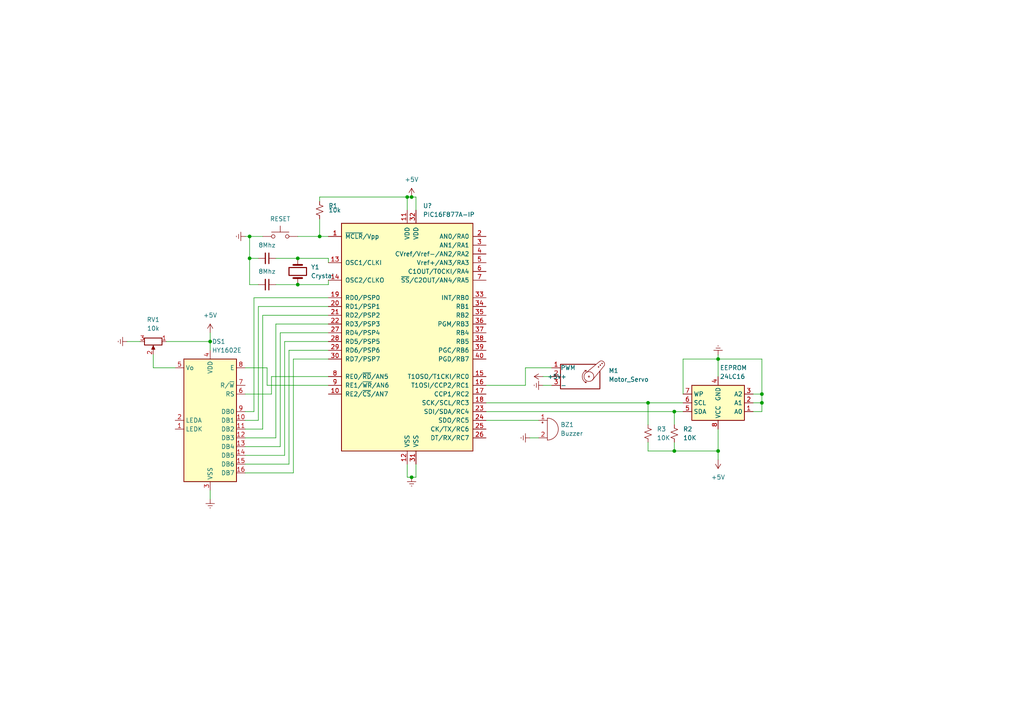
<source format=kicad_sch>
(kicad_sch (version 20211123) (generator eeschema)

  (uuid e63e39d7-6ac0-4ffd-8aa3-1841a4541b55)

  (paper "A4")

  (lib_symbols
    (symbol "Device:Buzzer" (pin_names (offset 0.0254) hide) (in_bom yes) (on_board yes)
      (property "Reference" "BZ" (id 0) (at 3.81 1.27 0)
        (effects (font (size 1.27 1.27)) (justify left))
      )
      (property "Value" "Buzzer" (id 1) (at 3.81 -1.27 0)
        (effects (font (size 1.27 1.27)) (justify left))
      )
      (property "Footprint" "" (id 2) (at -0.635 2.54 90)
        (effects (font (size 1.27 1.27)) hide)
      )
      (property "Datasheet" "~" (id 3) (at -0.635 2.54 90)
        (effects (font (size 1.27 1.27)) hide)
      )
      (property "ki_keywords" "quartz resonator ceramic" (id 4) (at 0 0 0)
        (effects (font (size 1.27 1.27)) hide)
      )
      (property "ki_description" "Buzzer, polarized" (id 5) (at 0 0 0)
        (effects (font (size 1.27 1.27)) hide)
      )
      (property "ki_fp_filters" "*Buzzer*" (id 6) (at 0 0 0)
        (effects (font (size 1.27 1.27)) hide)
      )
      (symbol "Buzzer_0_1"
        (arc (start 0 -3.175) (mid 3.175 0) (end 0 3.175)
          (stroke (width 0) (type default) (color 0 0 0 0))
          (fill (type none))
        )
        (polyline
          (pts
            (xy -1.651 1.905)
            (xy -1.143 1.905)
          )
          (stroke (width 0) (type default) (color 0 0 0 0))
          (fill (type none))
        )
        (polyline
          (pts
            (xy -1.397 2.159)
            (xy -1.397 1.651)
          )
          (stroke (width 0) (type default) (color 0 0 0 0))
          (fill (type none))
        )
        (polyline
          (pts
            (xy 0 3.175)
            (xy 0 -3.175)
          )
          (stroke (width 0) (type default) (color 0 0 0 0))
          (fill (type none))
        )
      )
      (symbol "Buzzer_1_1"
        (pin passive line (at -2.54 2.54 0) (length 2.54)
          (name "-" (effects (font (size 1.27 1.27))))
          (number "1" (effects (font (size 1.27 1.27))))
        )
        (pin passive line (at -2.54 -2.54 0) (length 2.54)
          (name "+" (effects (font (size 1.27 1.27))))
          (number "2" (effects (font (size 1.27 1.27))))
        )
      )
    )
    (symbol "Device:C_Small" (pin_numbers hide) (pin_names (offset 0.254) hide) (in_bom yes) (on_board yes)
      (property "Reference" "C" (id 0) (at 0.254 1.778 0)
        (effects (font (size 1.27 1.27)) (justify left))
      )
      (property "Value" "C_Small" (id 1) (at 0.254 -2.032 0)
        (effects (font (size 1.27 1.27)) (justify left))
      )
      (property "Footprint" "" (id 2) (at 0 0 0)
        (effects (font (size 1.27 1.27)) hide)
      )
      (property "Datasheet" "~" (id 3) (at 0 0 0)
        (effects (font (size 1.27 1.27)) hide)
      )
      (property "ki_keywords" "capacitor cap" (id 4) (at 0 0 0)
        (effects (font (size 1.27 1.27)) hide)
      )
      (property "ki_description" "Unpolarized capacitor, small symbol" (id 5) (at 0 0 0)
        (effects (font (size 1.27 1.27)) hide)
      )
      (property "ki_fp_filters" "C_*" (id 6) (at 0 0 0)
        (effects (font (size 1.27 1.27)) hide)
      )
      (symbol "C_Small_0_1"
        (polyline
          (pts
            (xy -1.524 -0.508)
            (xy 1.524 -0.508)
          )
          (stroke (width 0.3302) (type default) (color 0 0 0 0))
          (fill (type none))
        )
        (polyline
          (pts
            (xy -1.524 0.508)
            (xy 1.524 0.508)
          )
          (stroke (width 0.3048) (type default) (color 0 0 0 0))
          (fill (type none))
        )
      )
      (symbol "C_Small_1_1"
        (pin passive line (at 0 2.54 270) (length 2.032)
          (name "~" (effects (font (size 1.27 1.27))))
          (number "1" (effects (font (size 1.27 1.27))))
        )
        (pin passive line (at 0 -2.54 90) (length 2.032)
          (name "~" (effects (font (size 1.27 1.27))))
          (number "2" (effects (font (size 1.27 1.27))))
        )
      )
    )
    (symbol "Device:Crystal" (pin_numbers hide) (pin_names (offset 1.016) hide) (in_bom yes) (on_board yes)
      (property "Reference" "Y" (id 0) (at 0 3.81 0)
        (effects (font (size 1.27 1.27)))
      )
      (property "Value" "Crystal" (id 1) (at 0 -3.81 0)
        (effects (font (size 1.27 1.27)))
      )
      (property "Footprint" "" (id 2) (at 0 0 0)
        (effects (font (size 1.27 1.27)) hide)
      )
      (property "Datasheet" "~" (id 3) (at 0 0 0)
        (effects (font (size 1.27 1.27)) hide)
      )
      (property "ki_keywords" "quartz ceramic resonator oscillator" (id 4) (at 0 0 0)
        (effects (font (size 1.27 1.27)) hide)
      )
      (property "ki_description" "Two pin crystal" (id 5) (at 0 0 0)
        (effects (font (size 1.27 1.27)) hide)
      )
      (property "ki_fp_filters" "Crystal*" (id 6) (at 0 0 0)
        (effects (font (size 1.27 1.27)) hide)
      )
      (symbol "Crystal_0_1"
        (rectangle (start -1.143 2.54) (end 1.143 -2.54)
          (stroke (width 0.3048) (type default) (color 0 0 0 0))
          (fill (type none))
        )
        (polyline
          (pts
            (xy -2.54 0)
            (xy -1.905 0)
          )
          (stroke (width 0) (type default) (color 0 0 0 0))
          (fill (type none))
        )
        (polyline
          (pts
            (xy -1.905 -1.27)
            (xy -1.905 1.27)
          )
          (stroke (width 0.508) (type default) (color 0 0 0 0))
          (fill (type none))
        )
        (polyline
          (pts
            (xy 1.905 -1.27)
            (xy 1.905 1.27)
          )
          (stroke (width 0.508) (type default) (color 0 0 0 0))
          (fill (type none))
        )
        (polyline
          (pts
            (xy 2.54 0)
            (xy 1.905 0)
          )
          (stroke (width 0) (type default) (color 0 0 0 0))
          (fill (type none))
        )
      )
      (symbol "Crystal_1_1"
        (pin passive line (at -3.81 0 0) (length 1.27)
          (name "1" (effects (font (size 1.27 1.27))))
          (number "1" (effects (font (size 1.27 1.27))))
        )
        (pin passive line (at 3.81 0 180) (length 1.27)
          (name "2" (effects (font (size 1.27 1.27))))
          (number "2" (effects (font (size 1.27 1.27))))
        )
      )
    )
    (symbol "Device:R_Potentiometer" (pin_names (offset 1.016) hide) (in_bom yes) (on_board yes)
      (property "Reference" "RV" (id 0) (at -4.445 0 90)
        (effects (font (size 1.27 1.27)))
      )
      (property "Value" "R_Potentiometer" (id 1) (at -2.54 0 90)
        (effects (font (size 1.27 1.27)))
      )
      (property "Footprint" "" (id 2) (at 0 0 0)
        (effects (font (size 1.27 1.27)) hide)
      )
      (property "Datasheet" "~" (id 3) (at 0 0 0)
        (effects (font (size 1.27 1.27)) hide)
      )
      (property "ki_keywords" "resistor variable" (id 4) (at 0 0 0)
        (effects (font (size 1.27 1.27)) hide)
      )
      (property "ki_description" "Potentiometer" (id 5) (at 0 0 0)
        (effects (font (size 1.27 1.27)) hide)
      )
      (property "ki_fp_filters" "Potentiometer*" (id 6) (at 0 0 0)
        (effects (font (size 1.27 1.27)) hide)
      )
      (symbol "R_Potentiometer_0_1"
        (polyline
          (pts
            (xy 2.54 0)
            (xy 1.524 0)
          )
          (stroke (width 0) (type default) (color 0 0 0 0))
          (fill (type none))
        )
        (polyline
          (pts
            (xy 1.143 0)
            (xy 2.286 0.508)
            (xy 2.286 -0.508)
            (xy 1.143 0)
          )
          (stroke (width 0) (type default) (color 0 0 0 0))
          (fill (type outline))
        )
        (rectangle (start 1.016 2.54) (end -1.016 -2.54)
          (stroke (width 0.254) (type default) (color 0 0 0 0))
          (fill (type none))
        )
      )
      (symbol "R_Potentiometer_1_1"
        (pin passive line (at 0 3.81 270) (length 1.27)
          (name "1" (effects (font (size 1.27 1.27))))
          (number "1" (effects (font (size 1.27 1.27))))
        )
        (pin passive line (at 3.81 0 180) (length 1.27)
          (name "2" (effects (font (size 1.27 1.27))))
          (number "2" (effects (font (size 1.27 1.27))))
        )
        (pin passive line (at 0 -3.81 90) (length 1.27)
          (name "3" (effects (font (size 1.27 1.27))))
          (number "3" (effects (font (size 1.27 1.27))))
        )
      )
    )
    (symbol "Device:R_Small_US" (pin_numbers hide) (pin_names (offset 0.254) hide) (in_bom yes) (on_board yes)
      (property "Reference" "R" (id 0) (at 0.762 0.508 0)
        (effects (font (size 1.27 1.27)) (justify left))
      )
      (property "Value" "R_Small_US" (id 1) (at 0.762 -1.016 0)
        (effects (font (size 1.27 1.27)) (justify left))
      )
      (property "Footprint" "" (id 2) (at 0 0 0)
        (effects (font (size 1.27 1.27)) hide)
      )
      (property "Datasheet" "~" (id 3) (at 0 0 0)
        (effects (font (size 1.27 1.27)) hide)
      )
      (property "ki_keywords" "r resistor" (id 4) (at 0 0 0)
        (effects (font (size 1.27 1.27)) hide)
      )
      (property "ki_description" "Resistor, small US symbol" (id 5) (at 0 0 0)
        (effects (font (size 1.27 1.27)) hide)
      )
      (property "ki_fp_filters" "R_*" (id 6) (at 0 0 0)
        (effects (font (size 1.27 1.27)) hide)
      )
      (symbol "R_Small_US_1_1"
        (polyline
          (pts
            (xy 0 0)
            (xy 1.016 -0.381)
            (xy 0 -0.762)
            (xy -1.016 -1.143)
            (xy 0 -1.524)
          )
          (stroke (width 0) (type default) (color 0 0 0 0))
          (fill (type none))
        )
        (polyline
          (pts
            (xy 0 1.524)
            (xy 1.016 1.143)
            (xy 0 0.762)
            (xy -1.016 0.381)
            (xy 0 0)
          )
          (stroke (width 0) (type default) (color 0 0 0 0))
          (fill (type none))
        )
        (pin passive line (at 0 2.54 270) (length 1.016)
          (name "~" (effects (font (size 1.27 1.27))))
          (number "1" (effects (font (size 1.27 1.27))))
        )
        (pin passive line (at 0 -2.54 90) (length 1.016)
          (name "~" (effects (font (size 1.27 1.27))))
          (number "2" (effects (font (size 1.27 1.27))))
        )
      )
    )
    (symbol "Display_Character:HY1602E" (in_bom yes) (on_board yes)
      (property "Reference" "DS" (id 0) (at -6.096 19.05 0)
        (effects (font (size 1.27 1.27)))
      )
      (property "Value" "HY1602E" (id 1) (at 5.08 19.05 0)
        (effects (font (size 1.27 1.27)))
      )
      (property "Footprint" "Display:HY1602E" (id 2) (at 0 -22.86 0)
        (effects (font (size 1.27 1.27) italic) hide)
      )
      (property "Datasheet" "http://www.icbank.com/data/ICBShop/board/HY1602E.pdf" (id 3) (at 5.08 2.54 0)
        (effects (font (size 1.27 1.27)) hide)
      )
      (property "ki_keywords" "display LCD 7-segment" (id 4) (at 0 0 0)
        (effects (font (size 1.27 1.27)) hide)
      )
      (property "ki_description" "LCD 16x2 Alphanumeric 16pin Blue/Yellow/Green Backlight, 8bit parallel, 5V VDD" (id 5) (at 0 0 0)
        (effects (font (size 1.27 1.27)) hide)
      )
      (property "ki_fp_filters" "*HY1602E*" (id 6) (at 0 0 0)
        (effects (font (size 1.27 1.27)) hide)
      )
      (symbol "HY1602E_0_1"
        (rectangle (start -7.62 17.78) (end 7.62 -17.78)
          (stroke (width 0.254) (type default) (color 0 0 0 0))
          (fill (type background))
        )
      )
      (symbol "HY1602E_1_1"
        (pin passive line (at 10.16 -2.54 180) (length 2.54)
          (name "LEDK" (effects (font (size 1.27 1.27))))
          (number "1" (effects (font (size 1.27 1.27))))
        )
        (pin bidirectional line (at -10.16 0 0) (length 2.54)
          (name "DB1" (effects (font (size 1.27 1.27))))
          (number "10" (effects (font (size 1.27 1.27))))
        )
        (pin bidirectional line (at -10.16 -2.54 0) (length 2.54)
          (name "DB2" (effects (font (size 1.27 1.27))))
          (number "11" (effects (font (size 1.27 1.27))))
        )
        (pin bidirectional line (at -10.16 -5.08 0) (length 2.54)
          (name "DB3" (effects (font (size 1.27 1.27))))
          (number "12" (effects (font (size 1.27 1.27))))
        )
        (pin bidirectional line (at -10.16 -7.62 0) (length 2.54)
          (name "DB4" (effects (font (size 1.27 1.27))))
          (number "13" (effects (font (size 1.27 1.27))))
        )
        (pin bidirectional line (at -10.16 -10.16 0) (length 2.54)
          (name "DB5" (effects (font (size 1.27 1.27))))
          (number "14" (effects (font (size 1.27 1.27))))
        )
        (pin bidirectional line (at -10.16 -12.7 0) (length 2.54)
          (name "DB6" (effects (font (size 1.27 1.27))))
          (number "15" (effects (font (size 1.27 1.27))))
        )
        (pin bidirectional line (at -10.16 -15.24 0) (length 2.54)
          (name "DB7" (effects (font (size 1.27 1.27))))
          (number "16" (effects (font (size 1.27 1.27))))
        )
        (pin passive line (at 10.16 0 180) (length 2.54)
          (name "LEDA" (effects (font (size 1.27 1.27))))
          (number "2" (effects (font (size 1.27 1.27))))
        )
        (pin power_in line (at 0 -20.32 90) (length 2.54)
          (name "VSS" (effects (font (size 1.27 1.27))))
          (number "3" (effects (font (size 1.27 1.27))))
        )
        (pin power_in line (at 0 20.32 270) (length 2.54)
          (name "VDD" (effects (font (size 1.27 1.27))))
          (number "4" (effects (font (size 1.27 1.27))))
        )
        (pin input line (at 10.16 15.24 180) (length 2.54)
          (name "Vo" (effects (font (size 1.27 1.27))))
          (number "5" (effects (font (size 1.27 1.27))))
        )
        (pin input line (at -10.16 7.62 0) (length 2.54)
          (name "RS" (effects (font (size 1.27 1.27))))
          (number "6" (effects (font (size 1.27 1.27))))
        )
        (pin input line (at -10.16 10.16 0) (length 2.54)
          (name "R/~{W}" (effects (font (size 1.27 1.27))))
          (number "7" (effects (font (size 1.27 1.27))))
        )
        (pin input line (at -10.16 15.24 0) (length 2.54)
          (name "E" (effects (font (size 1.27 1.27))))
          (number "8" (effects (font (size 1.27 1.27))))
        )
        (pin bidirectional line (at -10.16 2.54 0) (length 2.54)
          (name "DB0" (effects (font (size 1.27 1.27))))
          (number "9" (effects (font (size 1.27 1.27))))
        )
      )
    )
    (symbol "MCU_Microchip_PIC16:PIC16F877A-IP" (pin_names (offset 1.016)) (in_bom yes) (on_board yes)
      (property "Reference" "U" (id 0) (at 5.08 35.56 0)
        (effects (font (size 1.27 1.27)) (justify left))
      )
      (property "Value" "PIC16F877A-IP" (id 1) (at 5.08 33.02 0)
        (effects (font (size 1.27 1.27)) (justify left))
      )
      (property "Footprint" "" (id 2) (at 0 0 0)
        (effects (font (size 1.27 1.27) italic) hide)
      )
      (property "Datasheet" "http://ww1.microchip.com/downloads/en/DeviceDoc/39582b.pdf" (id 3) (at 0 0 0)
        (effects (font (size 1.27 1.27)) hide)
      )
      (property "ki_keywords" "Flash-Based 8-Bit CMOS Microcontroller" (id 4) (at 0 0 0)
        (effects (font (size 1.27 1.27)) hide)
      )
      (property "ki_description" "8W Flash, 386B SRAM, 256B EEPROM, DIP40" (id 5) (at 0 0 0)
        (effects (font (size 1.27 1.27)) hide)
      )
      (property "ki_fp_filters" "DIP* PDIP*" (id 6) (at 0 0 0)
        (effects (font (size 1.27 1.27)) hide)
      )
      (symbol "PIC16F877A-IP_0_1"
        (rectangle (start -19.05 31.75) (end 19.05 -34.29)
          (stroke (width 0.254) (type default) (color 0 0 0 0))
          (fill (type background))
        )
      )
      (symbol "PIC16F877A-IP_1_1"
        (pin input line (at -22.86 27.94 0) (length 3.81)
          (name "~{MCLR}/Vpp" (effects (font (size 1.27 1.27))))
          (number "1" (effects (font (size 1.27 1.27))))
        )
        (pin bidirectional line (at -22.86 -17.78 0) (length 3.81)
          (name "RE2/~{CS}/AN7" (effects (font (size 1.27 1.27))))
          (number "10" (effects (font (size 1.27 1.27))))
        )
        (pin power_in line (at 0 35.56 270) (length 3.81)
          (name "VDD" (effects (font (size 1.27 1.27))))
          (number "11" (effects (font (size 1.27 1.27))))
        )
        (pin power_in line (at 0 -38.1 90) (length 3.81)
          (name "VSS" (effects (font (size 1.27 1.27))))
          (number "12" (effects (font (size 1.27 1.27))))
        )
        (pin input line (at -22.86 20.32 0) (length 3.81)
          (name "OSC1/CLKI" (effects (font (size 1.27 1.27))))
          (number "13" (effects (font (size 1.27 1.27))))
        )
        (pin output line (at -22.86 15.24 0) (length 3.81)
          (name "OSC2/CLKO" (effects (font (size 1.27 1.27))))
          (number "14" (effects (font (size 1.27 1.27))))
        )
        (pin bidirectional line (at 22.86 -12.7 180) (length 3.81)
          (name "T1OSO/T1CKI/RC0" (effects (font (size 1.27 1.27))))
          (number "15" (effects (font (size 1.27 1.27))))
        )
        (pin bidirectional line (at 22.86 -15.24 180) (length 3.81)
          (name "T1OSI/CCP2/RC1" (effects (font (size 1.27 1.27))))
          (number "16" (effects (font (size 1.27 1.27))))
        )
        (pin bidirectional line (at 22.86 -17.78 180) (length 3.81)
          (name "CCP1/RC2" (effects (font (size 1.27 1.27))))
          (number "17" (effects (font (size 1.27 1.27))))
        )
        (pin bidirectional line (at 22.86 -20.32 180) (length 3.81)
          (name "SCK/SCL/RC3" (effects (font (size 1.27 1.27))))
          (number "18" (effects (font (size 1.27 1.27))))
        )
        (pin bidirectional line (at -22.86 10.16 0) (length 3.81)
          (name "RD0/PSP0" (effects (font (size 1.27 1.27))))
          (number "19" (effects (font (size 1.27 1.27))))
        )
        (pin bidirectional line (at 22.86 27.94 180) (length 3.81)
          (name "AN0/RA0" (effects (font (size 1.27 1.27))))
          (number "2" (effects (font (size 1.27 1.27))))
        )
        (pin bidirectional line (at -22.86 7.62 0) (length 3.81)
          (name "RD1/PSP1" (effects (font (size 1.27 1.27))))
          (number "20" (effects (font (size 1.27 1.27))))
        )
        (pin bidirectional line (at -22.86 5.08 0) (length 3.81)
          (name "RD2/PSP2" (effects (font (size 1.27 1.27))))
          (number "21" (effects (font (size 1.27 1.27))))
        )
        (pin bidirectional line (at -22.86 2.54 0) (length 3.81)
          (name "RD3/PSP3" (effects (font (size 1.27 1.27))))
          (number "22" (effects (font (size 1.27 1.27))))
        )
        (pin bidirectional line (at 22.86 -22.86 180) (length 3.81)
          (name "SDI/SDA/RC4" (effects (font (size 1.27 1.27))))
          (number "23" (effects (font (size 1.27 1.27))))
        )
        (pin bidirectional line (at 22.86 -25.4 180) (length 3.81)
          (name "SDO/RC5" (effects (font (size 1.27 1.27))))
          (number "24" (effects (font (size 1.27 1.27))))
        )
        (pin bidirectional line (at 22.86 -27.94 180) (length 3.81)
          (name "CK/TX/RC6" (effects (font (size 1.27 1.27))))
          (number "25" (effects (font (size 1.27 1.27))))
        )
        (pin bidirectional line (at 22.86 -30.48 180) (length 3.81)
          (name "DT/RX/RC7" (effects (font (size 1.27 1.27))))
          (number "26" (effects (font (size 1.27 1.27))))
        )
        (pin bidirectional line (at -22.86 0 0) (length 3.81)
          (name "RD4/PSP4" (effects (font (size 1.27 1.27))))
          (number "27" (effects (font (size 1.27 1.27))))
        )
        (pin bidirectional line (at -22.86 -2.54 0) (length 3.81)
          (name "RD5/PSP5" (effects (font (size 1.27 1.27))))
          (number "28" (effects (font (size 1.27 1.27))))
        )
        (pin bidirectional line (at -22.86 -5.08 0) (length 3.81)
          (name "RD6/PSP6" (effects (font (size 1.27 1.27))))
          (number "29" (effects (font (size 1.27 1.27))))
        )
        (pin bidirectional line (at 22.86 25.4 180) (length 3.81)
          (name "AN1/RA1" (effects (font (size 1.27 1.27))))
          (number "3" (effects (font (size 1.27 1.27))))
        )
        (pin bidirectional line (at -22.86 -7.62 0) (length 3.81)
          (name "RD7/PSP7" (effects (font (size 1.27 1.27))))
          (number "30" (effects (font (size 1.27 1.27))))
        )
        (pin power_in line (at 2.54 -38.1 90) (length 3.81)
          (name "VSS" (effects (font (size 1.27 1.27))))
          (number "31" (effects (font (size 1.27 1.27))))
        )
        (pin power_in line (at 2.54 35.56 270) (length 3.81)
          (name "VDD" (effects (font (size 1.27 1.27))))
          (number "32" (effects (font (size 1.27 1.27))))
        )
        (pin bidirectional line (at 22.86 10.16 180) (length 3.81)
          (name "INT/RB0" (effects (font (size 1.27 1.27))))
          (number "33" (effects (font (size 1.27 1.27))))
        )
        (pin bidirectional line (at 22.86 7.62 180) (length 3.81)
          (name "RB1" (effects (font (size 1.27 1.27))))
          (number "34" (effects (font (size 1.27 1.27))))
        )
        (pin bidirectional line (at 22.86 5.08 180) (length 3.81)
          (name "RB2" (effects (font (size 1.27 1.27))))
          (number "35" (effects (font (size 1.27 1.27))))
        )
        (pin bidirectional line (at 22.86 2.54 180) (length 3.81)
          (name "PGM/RB3" (effects (font (size 1.27 1.27))))
          (number "36" (effects (font (size 1.27 1.27))))
        )
        (pin bidirectional line (at 22.86 0 180) (length 3.81)
          (name "RB4" (effects (font (size 1.27 1.27))))
          (number "37" (effects (font (size 1.27 1.27))))
        )
        (pin bidirectional line (at 22.86 -2.54 180) (length 3.81)
          (name "RB5" (effects (font (size 1.27 1.27))))
          (number "38" (effects (font (size 1.27 1.27))))
        )
        (pin bidirectional line (at 22.86 -5.08 180) (length 3.81)
          (name "PGC/RB6" (effects (font (size 1.27 1.27))))
          (number "39" (effects (font (size 1.27 1.27))))
        )
        (pin bidirectional line (at 22.86 22.86 180) (length 3.81)
          (name "CVref/Vref-/AN2/RA2" (effects (font (size 1.27 1.27))))
          (number "4" (effects (font (size 1.27 1.27))))
        )
        (pin bidirectional line (at 22.86 -7.62 180) (length 3.81)
          (name "PGD/RB7" (effects (font (size 1.27 1.27))))
          (number "40" (effects (font (size 1.27 1.27))))
        )
        (pin bidirectional line (at 22.86 20.32 180) (length 3.81)
          (name "Vref+/AN3/RA3" (effects (font (size 1.27 1.27))))
          (number "5" (effects (font (size 1.27 1.27))))
        )
        (pin bidirectional line (at 22.86 17.78 180) (length 3.81)
          (name "C1OUT/T0CKI/RA4" (effects (font (size 1.27 1.27))))
          (number "6" (effects (font (size 1.27 1.27))))
        )
        (pin bidirectional line (at 22.86 15.24 180) (length 3.81)
          (name "~{SS}/C2OUT/AN4/RA5" (effects (font (size 1.27 1.27))))
          (number "7" (effects (font (size 1.27 1.27))))
        )
        (pin bidirectional line (at -22.86 -12.7 0) (length 3.81)
          (name "RE0/~{RD}/AN5" (effects (font (size 1.27 1.27))))
          (number "8" (effects (font (size 1.27 1.27))))
        )
        (pin bidirectional line (at -22.86 -15.24 0) (length 3.81)
          (name "RE1/~{WR}/AN6" (effects (font (size 1.27 1.27))))
          (number "9" (effects (font (size 1.27 1.27))))
        )
      )
    )
    (symbol "Memory_EEPROM:24LC16" (in_bom yes) (on_board yes)
      (property "Reference" "U" (id 0) (at -6.35 6.35 0)
        (effects (font (size 1.27 1.27)))
      )
      (property "Value" "24LC16" (id 1) (at 1.27 6.35 0)
        (effects (font (size 1.27 1.27)) (justify left))
      )
      (property "Footprint" "" (id 2) (at 0 0 0)
        (effects (font (size 1.27 1.27)) hide)
      )
      (property "Datasheet" "http://ww1.microchip.com/downloads/en/DeviceDoc/21703d.pdf" (id 3) (at 0 0 0)
        (effects (font (size 1.27 1.27)) hide)
      )
      (property "ki_keywords" "I2C Serial EEPROM" (id 4) (at 0 0 0)
        (effects (font (size 1.27 1.27)) hide)
      )
      (property "ki_description" "I2C Serial EEPROM, 16Kb, DIP-8/SOIC-8/TSSOP-8/DFN-8" (id 5) (at 0 0 0)
        (effects (font (size 1.27 1.27)) hide)
      )
      (property "ki_fp_filters" "DIP*W7.62mm* SOIC*3.9x4.9mm* TSSOP*4.4x3mm*P0.65mm* DFN*3x2mm*P0.5mm*" (id 6) (at 0 0 0)
        (effects (font (size 1.27 1.27)) hide)
      )
      (symbol "24LC16_1_1"
        (rectangle (start -7.62 5.08) (end 7.62 -5.08)
          (stroke (width 0.254) (type default) (color 0 0 0 0))
          (fill (type background))
        )
        (pin input line (at -10.16 2.54 0) (length 2.54)
          (name "A0" (effects (font (size 1.27 1.27))))
          (number "1" (effects (font (size 1.27 1.27))))
        )
        (pin input line (at -10.16 0 0) (length 2.54)
          (name "A1" (effects (font (size 1.27 1.27))))
          (number "2" (effects (font (size 1.27 1.27))))
        )
        (pin input line (at -10.16 -2.54 0) (length 2.54)
          (name "A2" (effects (font (size 1.27 1.27))))
          (number "3" (effects (font (size 1.27 1.27))))
        )
        (pin power_in line (at 0 -7.62 90) (length 2.54)
          (name "GND" (effects (font (size 1.27 1.27))))
          (number "4" (effects (font (size 1.27 1.27))))
        )
        (pin bidirectional line (at 10.16 2.54 180) (length 2.54)
          (name "SDA" (effects (font (size 1.27 1.27))))
          (number "5" (effects (font (size 1.27 1.27))))
        )
        (pin input line (at 10.16 0 180) (length 2.54)
          (name "SCL" (effects (font (size 1.27 1.27))))
          (number "6" (effects (font (size 1.27 1.27))))
        )
        (pin input line (at 10.16 -2.54 180) (length 2.54)
          (name "WP" (effects (font (size 1.27 1.27))))
          (number "7" (effects (font (size 1.27 1.27))))
        )
        (pin power_in line (at 0 7.62 270) (length 2.54)
          (name "VCC" (effects (font (size 1.27 1.27))))
          (number "8" (effects (font (size 1.27 1.27))))
        )
      )
    )
    (symbol "Motor:Motor_Servo" (pin_names (offset 0.0254)) (in_bom yes) (on_board yes)
      (property "Reference" "M" (id 0) (at -5.08 4.445 0)
        (effects (font (size 1.27 1.27)) (justify left))
      )
      (property "Value" "Motor_Servo" (id 1) (at -5.08 -4.064 0)
        (effects (font (size 1.27 1.27)) (justify left top))
      )
      (property "Footprint" "" (id 2) (at 0 -4.826 0)
        (effects (font (size 1.27 1.27)) hide)
      )
      (property "Datasheet" "http://forums.parallax.com/uploads/attachments/46831/74481.png" (id 3) (at 0 -4.826 0)
        (effects (font (size 1.27 1.27)) hide)
      )
      (property "ki_keywords" "Servo Motor" (id 4) (at 0 0 0)
        (effects (font (size 1.27 1.27)) hide)
      )
      (property "ki_description" "Servo Motor (Futaba, HiTec, JR connector)" (id 5) (at 0 0 0)
        (effects (font (size 1.27 1.27)) hide)
      )
      (property "ki_fp_filters" "PinHeader*P2.54mm*" (id 6) (at 0 0 0)
        (effects (font (size 1.27 1.27)) hide)
      )
      (symbol "Motor_Servo_0_1"
        (polyline
          (pts
            (xy 2.413 -1.778)
            (xy 2.032 -1.778)
          )
          (stroke (width 0) (type default) (color 0 0 0 0))
          (fill (type none))
        )
        (polyline
          (pts
            (xy 2.413 -1.778)
            (xy 2.286 -1.397)
          )
          (stroke (width 0) (type default) (color 0 0 0 0))
          (fill (type none))
        )
        (polyline
          (pts
            (xy 2.413 1.778)
            (xy 1.905 1.778)
          )
          (stroke (width 0) (type default) (color 0 0 0 0))
          (fill (type none))
        )
        (polyline
          (pts
            (xy 2.413 1.778)
            (xy 2.286 1.397)
          )
          (stroke (width 0) (type default) (color 0 0 0 0))
          (fill (type none))
        )
        (polyline
          (pts
            (xy 6.35 4.445)
            (xy 2.54 1.27)
          )
          (stroke (width 0) (type default) (color 0 0 0 0))
          (fill (type none))
        )
        (polyline
          (pts
            (xy 7.62 3.175)
            (xy 4.191 -1.016)
          )
          (stroke (width 0) (type default) (color 0 0 0 0))
          (fill (type none))
        )
        (polyline
          (pts
            (xy 5.08 3.556)
            (xy -5.08 3.556)
            (xy -5.08 -3.556)
            (xy 6.35 -3.556)
            (xy 6.35 1.524)
          )
          (stroke (width 0.254) (type default) (color 0 0 0 0))
          (fill (type none))
        )
        (arc (start 2.413 1.778) (mid 1.2406 0) (end 2.413 -1.778)
          (stroke (width 0) (type default) (color 0 0 0 0))
          (fill (type none))
        )
        (circle (center 3.175 0) (radius 0.1778)
          (stroke (width 0) (type default) (color 0 0 0 0))
          (fill (type none))
        )
        (circle (center 3.175 0) (radius 1.4224)
          (stroke (width 0) (type default) (color 0 0 0 0))
          (fill (type none))
        )
        (circle (center 5.969 2.794) (radius 0.127)
          (stroke (width 0) (type default) (color 0 0 0 0))
          (fill (type none))
        )
        (circle (center 6.477 3.302) (radius 0.127)
          (stroke (width 0) (type default) (color 0 0 0 0))
          (fill (type none))
        )
        (circle (center 6.985 3.81) (radius 0.127)
          (stroke (width 0) (type default) (color 0 0 0 0))
          (fill (type none))
        )
        (arc (start 7.62 3.175) (mid 7.4485 4.2735) (end 6.35 4.445)
          (stroke (width 0) (type default) (color 0 0 0 0))
          (fill (type none))
        )
      )
      (symbol "Motor_Servo_1_1"
        (pin passive line (at -7.62 2.54 0) (length 2.54)
          (name "PWM" (effects (font (size 1.27 1.27))))
          (number "1" (effects (font (size 1.27 1.27))))
        )
        (pin passive line (at -7.62 0 0) (length 2.54)
          (name "+" (effects (font (size 1.27 1.27))))
          (number "2" (effects (font (size 1.27 1.27))))
        )
        (pin passive line (at -7.62 -2.54 0) (length 2.54)
          (name "-" (effects (font (size 1.27 1.27))))
          (number "3" (effects (font (size 1.27 1.27))))
        )
      )
    )
    (symbol "Switch:SW_Push" (pin_numbers hide) (pin_names (offset 1.016) hide) (in_bom yes) (on_board yes)
      (property "Reference" "SW" (id 0) (at 1.27 2.54 0)
        (effects (font (size 1.27 1.27)) (justify left))
      )
      (property "Value" "SW_Push" (id 1) (at 0 -1.524 0)
        (effects (font (size 1.27 1.27)))
      )
      (property "Footprint" "" (id 2) (at 0 5.08 0)
        (effects (font (size 1.27 1.27)) hide)
      )
      (property "Datasheet" "~" (id 3) (at 0 5.08 0)
        (effects (font (size 1.27 1.27)) hide)
      )
      (property "ki_keywords" "switch normally-open pushbutton push-button" (id 4) (at 0 0 0)
        (effects (font (size 1.27 1.27)) hide)
      )
      (property "ki_description" "Push button switch, generic, two pins" (id 5) (at 0 0 0)
        (effects (font (size 1.27 1.27)) hide)
      )
      (symbol "SW_Push_0_1"
        (circle (center -2.032 0) (radius 0.508)
          (stroke (width 0) (type default) (color 0 0 0 0))
          (fill (type none))
        )
        (polyline
          (pts
            (xy 0 1.27)
            (xy 0 3.048)
          )
          (stroke (width 0) (type default) (color 0 0 0 0))
          (fill (type none))
        )
        (polyline
          (pts
            (xy 2.54 1.27)
            (xy -2.54 1.27)
          )
          (stroke (width 0) (type default) (color 0 0 0 0))
          (fill (type none))
        )
        (circle (center 2.032 0) (radius 0.508)
          (stroke (width 0) (type default) (color 0 0 0 0))
          (fill (type none))
        )
        (pin passive line (at -5.08 0 0) (length 2.54)
          (name "1" (effects (font (size 1.27 1.27))))
          (number "1" (effects (font (size 1.27 1.27))))
        )
        (pin passive line (at 5.08 0 180) (length 2.54)
          (name "2" (effects (font (size 1.27 1.27))))
          (number "2" (effects (font (size 1.27 1.27))))
        )
      )
    )
    (symbol "power:+5V" (power) (pin_names (offset 0)) (in_bom yes) (on_board yes)
      (property "Reference" "#PWR" (id 0) (at 0 -3.81 0)
        (effects (font (size 1.27 1.27)) hide)
      )
      (property "Value" "+5V" (id 1) (at 0 3.556 0)
        (effects (font (size 1.27 1.27)))
      )
      (property "Footprint" "" (id 2) (at 0 0 0)
        (effects (font (size 1.27 1.27)) hide)
      )
      (property "Datasheet" "" (id 3) (at 0 0 0)
        (effects (font (size 1.27 1.27)) hide)
      )
      (property "ki_keywords" "power-flag" (id 4) (at 0 0 0)
        (effects (font (size 1.27 1.27)) hide)
      )
      (property "ki_description" "Power symbol creates a global label with name \"+5V\"" (id 5) (at 0 0 0)
        (effects (font (size 1.27 1.27)) hide)
      )
      (symbol "+5V_0_1"
        (polyline
          (pts
            (xy -0.762 1.27)
            (xy 0 2.54)
          )
          (stroke (width 0) (type default) (color 0 0 0 0))
          (fill (type none))
        )
        (polyline
          (pts
            (xy 0 0)
            (xy 0 2.54)
          )
          (stroke (width 0) (type default) (color 0 0 0 0))
          (fill (type none))
        )
        (polyline
          (pts
            (xy 0 2.54)
            (xy 0.762 1.27)
          )
          (stroke (width 0) (type default) (color 0 0 0 0))
          (fill (type none))
        )
      )
      (symbol "+5V_1_1"
        (pin power_in line (at 0 0 90) (length 0) hide
          (name "+5V" (effects (font (size 1.27 1.27))))
          (number "1" (effects (font (size 1.27 1.27))))
        )
      )
    )
    (symbol "power:Earth" (power) (pin_names (offset 0)) (in_bom yes) (on_board yes)
      (property "Reference" "#PWR" (id 0) (at 0 -6.35 0)
        (effects (font (size 1.27 1.27)) hide)
      )
      (property "Value" "Earth" (id 1) (at 0 -3.81 0)
        (effects (font (size 1.27 1.27)) hide)
      )
      (property "Footprint" "" (id 2) (at 0 0 0)
        (effects (font (size 1.27 1.27)) hide)
      )
      (property "Datasheet" "~" (id 3) (at 0 0 0)
        (effects (font (size 1.27 1.27)) hide)
      )
      (property "ki_keywords" "power-flag ground gnd" (id 4) (at 0 0 0)
        (effects (font (size 1.27 1.27)) hide)
      )
      (property "ki_description" "Power symbol creates a global label with name \"Earth\"" (id 5) (at 0 0 0)
        (effects (font (size 1.27 1.27)) hide)
      )
      (symbol "Earth_0_1"
        (polyline
          (pts
            (xy -0.635 -1.905)
            (xy 0.635 -1.905)
          )
          (stroke (width 0) (type default) (color 0 0 0 0))
          (fill (type none))
        )
        (polyline
          (pts
            (xy -0.127 -2.54)
            (xy 0.127 -2.54)
          )
          (stroke (width 0) (type default) (color 0 0 0 0))
          (fill (type none))
        )
        (polyline
          (pts
            (xy 0 -1.27)
            (xy 0 0)
          )
          (stroke (width 0) (type default) (color 0 0 0 0))
          (fill (type none))
        )
        (polyline
          (pts
            (xy 1.27 -1.27)
            (xy -1.27 -1.27)
          )
          (stroke (width 0) (type default) (color 0 0 0 0))
          (fill (type none))
        )
      )
      (symbol "Earth_1_1"
        (pin power_in line (at 0 0 270) (length 0) hide
          (name "Earth" (effects (font (size 1.27 1.27))))
          (number "1" (effects (font (size 1.27 1.27))))
        )
      )
    )
  )

  (junction (at 72.39 74.93) (diameter 0) (color 0 0 0 0)
    (uuid 0e7fd0e8-3197-4cfc-9259-ba123a68becd)
  )
  (junction (at 208.28 104.14) (diameter 0) (color 0 0 0 0)
    (uuid 6056e48a-e319-4f49-bad6-041f51f9d7b3)
  )
  (junction (at 92.71 68.58) (diameter 0) (color 0 0 0 0)
    (uuid 611ea3ff-9d3e-48a6-89db-7a27749f0ec7)
  )
  (junction (at 208.28 130.81) (diameter 0) (color 0 0 0 0)
    (uuid 6974c3cf-f8c6-492a-a06f-e6bd8d86aad0)
  )
  (junction (at 86.36 82.55) (diameter 0) (color 0 0 0 0)
    (uuid 825ac95a-da65-4b74-963d-676072c5f76f)
  )
  (junction (at 60.96 99.06) (diameter 0) (color 0 0 0 0)
    (uuid 894ada9f-b044-46d9-bcba-512f781dd64f)
  )
  (junction (at 187.96 116.84) (diameter 0) (color 0 0 0 0)
    (uuid 8bb35f56-6e23-4089-8535-5c10e9767e4a)
  )
  (junction (at 119.38 138.43) (diameter 0) (color 0 0 0 0)
    (uuid 9a441871-eb22-4c72-ac35-2200feab42b2)
  )
  (junction (at 86.36 74.93) (diameter 0) (color 0 0 0 0)
    (uuid aa6df923-066d-49bc-b358-f7928819e079)
  )
  (junction (at 195.58 130.81) (diameter 0) (color 0 0 0 0)
    (uuid c08d8d53-376d-4f56-8e1d-ed709d921b0b)
  )
  (junction (at 220.98 116.84) (diameter 0) (color 0 0 0 0)
    (uuid da87b506-57db-4dcd-a986-03e123ca328c)
  )
  (junction (at 220.98 114.3) (diameter 0) (color 0 0 0 0)
    (uuid ddfda2e1-eed6-4a8f-94ad-ef9752dbd037)
  )
  (junction (at 72.39 68.58) (diameter 0) (color 0 0 0 0)
    (uuid e329f85e-af3f-4b03-8339-5da162de581e)
  )
  (junction (at 118.11 57.15) (diameter 0) (color 0 0 0 0)
    (uuid ec8afcc8-9b03-487a-ad4b-980f6d399168)
  )
  (junction (at 195.58 119.38) (diameter 0) (color 0 0 0 0)
    (uuid ee9b7285-d7a3-4d5f-926e-af3e5be129ec)
  )
  (junction (at 119.38 57.15) (diameter 0) (color 0 0 0 0)
    (uuid fe34a838-864c-4aee-999e-a4d9d2a53aa1)
  )

  (wire (pts (xy 208.28 124.46) (xy 208.28 130.81))
    (stroke (width 0) (type default) (color 0 0 0 0))
    (uuid 00336a4a-db92-4541-9fe4-855d43706a80)
  )
  (wire (pts (xy 71.12 121.92) (xy 74.93 121.92))
    (stroke (width 0) (type default) (color 0 0 0 0))
    (uuid 0092a06d-1837-4267-b740-4ba266404498)
  )
  (wire (pts (xy 78.74 114.3) (xy 71.12 114.3))
    (stroke (width 0) (type default) (color 0 0 0 0))
    (uuid 02d7fefb-6ee9-41c5-9e8b-644f82124686)
  )
  (wire (pts (xy 74.93 88.9) (xy 95.25 88.9))
    (stroke (width 0) (type default) (color 0 0 0 0))
    (uuid 04e1cb8a-67ba-463a-be23-1eafb5b665a5)
  )
  (wire (pts (xy 140.97 121.92) (xy 156.21 121.92))
    (stroke (width 0) (type default) (color 0 0 0 0))
    (uuid 0639def1-e756-4d3e-81a0-76165b8f6435)
  )
  (wire (pts (xy 95.25 81.28) (xy 95.25 82.55))
    (stroke (width 0) (type default) (color 0 0 0 0))
    (uuid 07c494ef-cf96-4261-9c43-134fef1bf13f)
  )
  (wire (pts (xy 71.12 127) (xy 80.01 127))
    (stroke (width 0) (type default) (color 0 0 0 0))
    (uuid 096fd1b0-6cc0-4eae-b03f-33b0d6d653a4)
  )
  (wire (pts (xy 208.28 130.81) (xy 208.28 133.35))
    (stroke (width 0) (type default) (color 0 0 0 0))
    (uuid 0a53575a-f58d-4d60-aab3-ec4c3246d143)
  )
  (wire (pts (xy 95.25 74.93) (xy 95.25 76.2))
    (stroke (width 0) (type default) (color 0 0 0 0))
    (uuid 0e687a90-40ac-49dc-b8f0-fe867b5f2d8d)
  )
  (wire (pts (xy 71.12 129.54) (xy 81.28 129.54))
    (stroke (width 0) (type default) (color 0 0 0 0))
    (uuid 1052d280-7c29-4539-972d-fff05812bd81)
  )
  (wire (pts (xy 120.65 57.15) (xy 119.38 57.15))
    (stroke (width 0) (type default) (color 0 0 0 0))
    (uuid 11fed0fd-e478-4d70-a2a4-ec27e972ebf4)
  )
  (wire (pts (xy 118.11 57.15) (xy 92.71 57.15))
    (stroke (width 0) (type default) (color 0 0 0 0))
    (uuid 19a8b63a-779b-4b00-8add-8a2cd53ece1c)
  )
  (wire (pts (xy 208.28 102.87) (xy 208.28 104.14))
    (stroke (width 0) (type default) (color 0 0 0 0))
    (uuid 1eb4e9de-1e1a-4cd7-88db-0c04710ec182)
  )
  (wire (pts (xy 74.93 82.55) (xy 72.39 82.55))
    (stroke (width 0) (type default) (color 0 0 0 0))
    (uuid 267a54fd-cf00-4f9f-9a8f-45ae97c944f3)
  )
  (wire (pts (xy 140.97 111.76) (xy 152.4 111.76))
    (stroke (width 0) (type default) (color 0 0 0 0))
    (uuid 2709ce2a-03e4-434c-9c75-d1901617d39a)
  )
  (wire (pts (xy 220.98 116.84) (xy 220.98 114.3))
    (stroke (width 0) (type default) (color 0 0 0 0))
    (uuid 32aa64a7-8a9e-4c47-8aa8-9e71a2daa867)
  )
  (wire (pts (xy 80.01 74.93) (xy 86.36 74.93))
    (stroke (width 0) (type default) (color 0 0 0 0))
    (uuid 367a67f4-bf56-496f-94a4-6dcc8461de28)
  )
  (wire (pts (xy 195.58 130.81) (xy 208.28 130.81))
    (stroke (width 0) (type default) (color 0 0 0 0))
    (uuid 37beb30b-35af-4b97-a7a6-a83fe4f3a7fb)
  )
  (wire (pts (xy 118.11 134.62) (xy 118.11 138.43))
    (stroke (width 0) (type default) (color 0 0 0 0))
    (uuid 3a0b55bb-3e7d-4bdf-b3a9-4b43d04ae9d0)
  )
  (wire (pts (xy 74.93 121.92) (xy 74.93 88.9))
    (stroke (width 0) (type default) (color 0 0 0 0))
    (uuid 3b4ca0da-328b-449b-a256-9a50e555d58d)
  )
  (wire (pts (xy 80.01 93.98) (xy 95.25 93.98))
    (stroke (width 0) (type default) (color 0 0 0 0))
    (uuid 3dec31cb-5c38-404e-ac32-445fbb97b0ec)
  )
  (wire (pts (xy 86.36 74.93) (xy 95.25 74.93))
    (stroke (width 0) (type default) (color 0 0 0 0))
    (uuid 42a8d8e8-d0a5-4798-9f8d-badcea8614a1)
  )
  (wire (pts (xy 48.26 99.06) (xy 60.96 99.06))
    (stroke (width 0) (type default) (color 0 0 0 0))
    (uuid 437f3062-ce99-4a32-8981-12cab54137c8)
  )
  (wire (pts (xy 187.96 116.84) (xy 187.96 123.19))
    (stroke (width 0) (type default) (color 0 0 0 0))
    (uuid 4511e03f-510c-4b99-b284-bcc22151210f)
  )
  (wire (pts (xy 153.67 127) (xy 156.21 127))
    (stroke (width 0) (type default) (color 0 0 0 0))
    (uuid 46b82768-a62f-49fe-b68a-f70b845af4b9)
  )
  (wire (pts (xy 187.96 116.84) (xy 198.12 116.84))
    (stroke (width 0) (type default) (color 0 0 0 0))
    (uuid 48025395-42dd-4d12-ad73-507ffc428ed2)
  )
  (wire (pts (xy 120.65 60.96) (xy 120.65 57.15))
    (stroke (width 0) (type default) (color 0 0 0 0))
    (uuid 4d24f783-afb0-42a0-9683-e8b59325e024)
  )
  (wire (pts (xy 71.12 119.38) (xy 73.66 119.38))
    (stroke (width 0) (type default) (color 0 0 0 0))
    (uuid 4e27881f-3e96-4f7d-b0a3-8a3a4f71c27f)
  )
  (wire (pts (xy 120.65 134.62) (xy 120.65 138.43))
    (stroke (width 0) (type default) (color 0 0 0 0))
    (uuid 4e741225-715b-4a98-b214-a966a085dc44)
  )
  (wire (pts (xy 78.74 109.22) (xy 95.25 109.22))
    (stroke (width 0) (type default) (color 0 0 0 0))
    (uuid 4ef4791d-5531-4308-b27a-d5e2fe8bcabe)
  )
  (wire (pts (xy 218.44 119.38) (xy 220.98 119.38))
    (stroke (width 0) (type default) (color 0 0 0 0))
    (uuid 50110d41-87e4-472e-aad5-28670ba170ed)
  )
  (wire (pts (xy 76.2 91.44) (xy 95.25 91.44))
    (stroke (width 0) (type default) (color 0 0 0 0))
    (uuid 52a590ec-1c0c-420e-9922-552bdf7f1bcf)
  )
  (wire (pts (xy 187.96 130.81) (xy 195.58 130.81))
    (stroke (width 0) (type default) (color 0 0 0 0))
    (uuid 5389b5d7-9193-444a-adeb-0795458e68fd)
  )
  (wire (pts (xy 140.97 116.84) (xy 187.96 116.84))
    (stroke (width 0) (type default) (color 0 0 0 0))
    (uuid 564e0548-0b45-4144-b2e8-e008f64c83b0)
  )
  (wire (pts (xy 72.39 68.58) (xy 76.2 68.58))
    (stroke (width 0) (type default) (color 0 0 0 0))
    (uuid 56519ba2-5c54-46a2-a639-05eaa45fda8f)
  )
  (wire (pts (xy 74.93 74.93) (xy 72.39 74.93))
    (stroke (width 0) (type default) (color 0 0 0 0))
    (uuid 56fcd277-d0fa-4045-8c6c-403fa315d96d)
  )
  (wire (pts (xy 95.25 99.06) (xy 82.55 99.06))
    (stroke (width 0) (type default) (color 0 0 0 0))
    (uuid 58476a88-cff4-4776-942d-49efbf570585)
  )
  (wire (pts (xy 71.12 106.68) (xy 77.47 106.68))
    (stroke (width 0) (type default) (color 0 0 0 0))
    (uuid 5872624b-ecdf-4165-92b0-529e66cfb5e0)
  )
  (wire (pts (xy 195.58 128.27) (xy 195.58 130.81))
    (stroke (width 0) (type default) (color 0 0 0 0))
    (uuid 5be04d77-935c-4ae6-99b6-93067fdc5c70)
  )
  (wire (pts (xy 208.28 104.14) (xy 208.28 109.22))
    (stroke (width 0) (type default) (color 0 0 0 0))
    (uuid 5ee94584-44c3-4e09-8a0b-69f0f4d91ad2)
  )
  (wire (pts (xy 92.71 57.15) (xy 92.71 58.42))
    (stroke (width 0) (type default) (color 0 0 0 0))
    (uuid 601e367c-55df-432c-a02d-79b978f2ee5c)
  )
  (wire (pts (xy 77.47 111.76) (xy 95.25 111.76))
    (stroke (width 0) (type default) (color 0 0 0 0))
    (uuid 60d7e8b4-3394-4e41-9b4d-85828f885abd)
  )
  (wire (pts (xy 95.25 104.14) (xy 85.09 104.14))
    (stroke (width 0) (type default) (color 0 0 0 0))
    (uuid 67c444e5-8b20-4ffb-94a5-3ec5c9d24412)
  )
  (wire (pts (xy 60.96 99.06) (xy 60.96 101.6))
    (stroke (width 0) (type default) (color 0 0 0 0))
    (uuid 68fa3f7e-6cf7-4f32-accd-5d72e824b78e)
  )
  (wire (pts (xy 157.48 109.22) (xy 160.02 109.22))
    (stroke (width 0) (type default) (color 0 0 0 0))
    (uuid 6d90f8f2-fa20-4d60-bba6-e8e18d208b1d)
  )
  (wire (pts (xy 44.45 106.68) (xy 44.45 102.87))
    (stroke (width 0) (type default) (color 0 0 0 0))
    (uuid 733d3fbb-b4be-4b98-a75b-a3dd08d62684)
  )
  (wire (pts (xy 60.96 142.24) (xy 60.96 144.78))
    (stroke (width 0) (type default) (color 0 0 0 0))
    (uuid 736dfeb7-d609-4343-8bc3-2d0e604fec24)
  )
  (wire (pts (xy 80.01 127) (xy 80.01 93.98))
    (stroke (width 0) (type default) (color 0 0 0 0))
    (uuid 7bfcb944-b789-4f8b-aff5-66a1f25179af)
  )
  (wire (pts (xy 72.39 74.93) (xy 72.39 68.58))
    (stroke (width 0) (type default) (color 0 0 0 0))
    (uuid 81cfcd67-91cb-4d6b-bba8-0b4beeb24ea5)
  )
  (wire (pts (xy 118.11 60.96) (xy 118.11 57.15))
    (stroke (width 0) (type default) (color 0 0 0 0))
    (uuid 826b2e7e-a3b0-4777-a346-97940fa19137)
  )
  (wire (pts (xy 82.55 132.08) (xy 71.12 132.08))
    (stroke (width 0) (type default) (color 0 0 0 0))
    (uuid 8c2a7f20-3148-4af5-a360-591f6c719a90)
  )
  (wire (pts (xy 36.83 99.06) (xy 40.64 99.06))
    (stroke (width 0) (type default) (color 0 0 0 0))
    (uuid 8f90c2be-1d26-4db6-b404-0a327fbe93dd)
  )
  (wire (pts (xy 76.2 124.46) (xy 76.2 91.44))
    (stroke (width 0) (type default) (color 0 0 0 0))
    (uuid 92bbd6c0-68c6-44d0-b1fd-ce254054ada1)
  )
  (wire (pts (xy 60.96 96.52) (xy 60.96 99.06))
    (stroke (width 0) (type default) (color 0 0 0 0))
    (uuid 93b8e397-8481-447c-b63e-a05bc2fe0f17)
  )
  (wire (pts (xy 78.74 109.22) (xy 78.74 114.3))
    (stroke (width 0) (type default) (color 0 0 0 0))
    (uuid 94d348b0-9fe5-4c83-88a9-da2f80b30ce3)
  )
  (wire (pts (xy 81.28 129.54) (xy 81.28 96.52))
    (stroke (width 0) (type default) (color 0 0 0 0))
    (uuid 970a9808-4748-4ab6-ae00-72503adbdfe4)
  )
  (wire (pts (xy 85.09 137.16) (xy 71.12 137.16))
    (stroke (width 0) (type default) (color 0 0 0 0))
    (uuid 97340439-d115-48ec-9f6a-075d58386f2c)
  )
  (wire (pts (xy 220.98 104.14) (xy 208.28 104.14))
    (stroke (width 0) (type default) (color 0 0 0 0))
    (uuid 98b8339e-6ddd-4fe8-8fca-c56370a5271f)
  )
  (wire (pts (xy 195.58 119.38) (xy 195.58 123.19))
    (stroke (width 0) (type default) (color 0 0 0 0))
    (uuid 99a9f09c-db7f-4ae2-814c-a4e9dab8a1b5)
  )
  (wire (pts (xy 71.12 68.58) (xy 72.39 68.58))
    (stroke (width 0) (type default) (color 0 0 0 0))
    (uuid 9a4ea049-5838-4902-a95f-a455774ad93c)
  )
  (wire (pts (xy 80.01 82.55) (xy 86.36 82.55))
    (stroke (width 0) (type default) (color 0 0 0 0))
    (uuid 9b617587-fb8d-4049-aea3-d7b5a7171507)
  )
  (wire (pts (xy 95.25 82.55) (xy 86.36 82.55))
    (stroke (width 0) (type default) (color 0 0 0 0))
    (uuid 9bc834e5-60c5-4707-b711-9ff96db45049)
  )
  (wire (pts (xy 77.47 106.68) (xy 77.47 111.76))
    (stroke (width 0) (type default) (color 0 0 0 0))
    (uuid 9e686c5a-3e07-4771-89cd-93aec9f7aab9)
  )
  (wire (pts (xy 72.39 82.55) (xy 72.39 74.93))
    (stroke (width 0) (type default) (color 0 0 0 0))
    (uuid 9f3ba387-2cba-48ed-ab2d-13034c517cc8)
  )
  (wire (pts (xy 73.66 86.36) (xy 95.25 86.36))
    (stroke (width 0) (type default) (color 0 0 0 0))
    (uuid a4e04c89-64bb-4504-b61c-efffabe32f9a)
  )
  (wire (pts (xy 71.12 134.62) (xy 83.82 134.62))
    (stroke (width 0) (type default) (color 0 0 0 0))
    (uuid a4f29c51-f059-4b37-a64b-e683dabbc22a)
  )
  (wire (pts (xy 140.97 119.38) (xy 195.58 119.38))
    (stroke (width 0) (type default) (color 0 0 0 0))
    (uuid a9e16d80-afa1-4054-9d2a-e3b9f577767d)
  )
  (wire (pts (xy 50.8 106.68) (xy 44.45 106.68))
    (stroke (width 0) (type default) (color 0 0 0 0))
    (uuid b1d71171-4ac7-4c68-908c-1cb682266a3d)
  )
  (wire (pts (xy 83.82 101.6) (xy 95.25 101.6))
    (stroke (width 0) (type default) (color 0 0 0 0))
    (uuid b4872754-9a1a-429b-8560-9aee600ec26f)
  )
  (wire (pts (xy 85.09 104.14) (xy 85.09 137.16))
    (stroke (width 0) (type default) (color 0 0 0 0))
    (uuid b743f14b-92cb-4fa5-800d-537d59776f96)
  )
  (wire (pts (xy 120.65 138.43) (xy 119.38 138.43))
    (stroke (width 0) (type default) (color 0 0 0 0))
    (uuid bc703488-d0cb-41d1-978a-d7199d33e932)
  )
  (wire (pts (xy 198.12 114.3) (xy 198.12 104.14))
    (stroke (width 0) (type default) (color 0 0 0 0))
    (uuid bef18444-19ba-4fc4-93e2-6543b715a08a)
  )
  (wire (pts (xy 118.11 57.15) (xy 119.38 57.15))
    (stroke (width 0) (type default) (color 0 0 0 0))
    (uuid c053eef2-976d-4d9e-bb09-b4a17e78f69d)
  )
  (wire (pts (xy 152.4 106.68) (xy 160.02 106.68))
    (stroke (width 0) (type default) (color 0 0 0 0))
    (uuid c6c801eb-a62e-4709-ba8f-cc4ab2962bb0)
  )
  (wire (pts (xy 82.55 99.06) (xy 82.55 132.08))
    (stroke (width 0) (type default) (color 0 0 0 0))
    (uuid c72f49b8-3b9b-44a2-bb44-25315ffb7eed)
  )
  (wire (pts (xy 81.28 96.52) (xy 95.25 96.52))
    (stroke (width 0) (type default) (color 0 0 0 0))
    (uuid ccbc0a95-b238-415c-af7b-978ea778262c)
  )
  (wire (pts (xy 92.71 68.58) (xy 95.25 68.58))
    (stroke (width 0) (type default) (color 0 0 0 0))
    (uuid cea57a11-9535-44ff-8bef-e68a23376a2f)
  )
  (wire (pts (xy 218.44 116.84) (xy 220.98 116.84))
    (stroke (width 0) (type default) (color 0 0 0 0))
    (uuid cebe0e39-4019-436e-944d-3140d1438502)
  )
  (wire (pts (xy 220.98 119.38) (xy 220.98 116.84))
    (stroke (width 0) (type default) (color 0 0 0 0))
    (uuid d3640852-bebf-41b1-a1a0-52e417a27540)
  )
  (wire (pts (xy 187.96 128.27) (xy 187.96 130.81))
    (stroke (width 0) (type default) (color 0 0 0 0))
    (uuid d60e06eb-2641-476f-8530-0b18df4ed7d5)
  )
  (wire (pts (xy 92.71 63.5) (xy 92.71 68.58))
    (stroke (width 0) (type default) (color 0 0 0 0))
    (uuid d7091432-8a63-4678-ac50-70b2db4b49da)
  )
  (wire (pts (xy 71.12 124.46) (xy 76.2 124.46))
    (stroke (width 0) (type default) (color 0 0 0 0))
    (uuid de1afcb4-cf76-4070-a66f-234dc09c531c)
  )
  (wire (pts (xy 83.82 134.62) (xy 83.82 101.6))
    (stroke (width 0) (type default) (color 0 0 0 0))
    (uuid dff07a8d-7720-4d4c-883a-6b41a79d5450)
  )
  (wire (pts (xy 195.58 119.38) (xy 198.12 119.38))
    (stroke (width 0) (type default) (color 0 0 0 0))
    (uuid e18c1275-b59b-4b7b-b1bb-d46820a3a900)
  )
  (wire (pts (xy 73.66 119.38) (xy 73.66 86.36))
    (stroke (width 0) (type default) (color 0 0 0 0))
    (uuid e38fc2a3-426d-4ef7-970c-1b1e56d161ce)
  )
  (wire (pts (xy 86.36 68.58) (xy 92.71 68.58))
    (stroke (width 0) (type default) (color 0 0 0 0))
    (uuid e6817635-2b73-4a2a-bf47-d6224a8b8bcd)
  )
  (wire (pts (xy 220.98 114.3) (xy 220.98 104.14))
    (stroke (width 0) (type default) (color 0 0 0 0))
    (uuid e9e778a1-5a5c-4653-a362-96a1a9887f41)
  )
  (wire (pts (xy 218.44 114.3) (xy 220.98 114.3))
    (stroke (width 0) (type default) (color 0 0 0 0))
    (uuid ea39cb53-289e-48f7-a090-645404f51813)
  )
  (wire (pts (xy 118.11 138.43) (xy 119.38 138.43))
    (stroke (width 0) (type default) (color 0 0 0 0))
    (uuid ef79f53c-b25e-41d5-b612-b9852b0826d1)
  )
  (wire (pts (xy 152.4 111.76) (xy 152.4 106.68))
    (stroke (width 0) (type default) (color 0 0 0 0))
    (uuid f8395c4b-6979-4f46-88e7-891bcc99e918)
  )
  (wire (pts (xy 157.48 111.76) (xy 160.02 111.76))
    (stroke (width 0) (type default) (color 0 0 0 0))
    (uuid fb3b9ac5-8845-4754-8fbf-3356401b8675)
  )
  (wire (pts (xy 198.12 104.14) (xy 208.28 104.14))
    (stroke (width 0) (type default) (color 0 0 0 0))
    (uuid fbb30fac-12f5-4508-8db6-1762c0f93c00)
  )

  (symbol (lib_id "Device:C_Small") (at 77.47 74.93 270) (unit 1)
    (in_bom yes) (on_board yes) (fields_autoplaced)
    (uuid 041f51d7-cb1d-4b3f-9cb8-df3670109a64)
    (property "Reference" "C?" (id 0) (at 77.4636 68.58 90)
      (effects (font (size 1.27 1.27)) hide)
    )
    (property "Value" "8Mhz" (id 1) (at 77.4636 71.12 90))
    (property "Footprint" "" (id 2) (at 77.47 74.93 0)
      (effects (font (size 1.27 1.27)) hide)
    )
    (property "Datasheet" "~" (id 3) (at 77.47 74.93 0)
      (effects (font (size 1.27 1.27)) hide)
    )
    (pin "1" (uuid 76300a2b-40e0-46b4-a77c-0e244bbf4d43))
    (pin "2" (uuid 2fde3170-8a3c-4d9b-abce-2427992d84af))
  )

  (symbol (lib_id "Device:R_Potentiometer") (at 44.45 99.06 270) (unit 1)
    (in_bom yes) (on_board yes) (fields_autoplaced)
    (uuid 0ae91059-c3cb-42ca-b237-3365d95bbdf4)
    (property "Reference" "RV1" (id 0) (at 44.45 92.71 90))
    (property "Value" "" (id 1) (at 44.45 95.25 90))
    (property "Footprint" "" (id 2) (at 44.45 99.06 0)
      (effects (font (size 1.27 1.27)) hide)
    )
    (property "Datasheet" "~" (id 3) (at 44.45 99.06 0)
      (effects (font (size 1.27 1.27)) hide)
    )
    (pin "1" (uuid 640e4f76-932a-4c4b-ad03-0c86d19608f7))
    (pin "2" (uuid ec8dd6d0-e954-42ad-8367-2772cb09f290))
    (pin "3" (uuid c823cdd8-af8f-42be-859f-7d1b7a374e2b))
  )

  (symbol (lib_id "Device:R_Small_US") (at 195.58 125.73 0) (unit 1)
    (in_bom yes) (on_board yes) (fields_autoplaced)
    (uuid 105f13a2-cb67-4265-8381-d363cd1cde88)
    (property "Reference" "R2" (id 0) (at 198.12 124.4599 0)
      (effects (font (size 1.27 1.27)) (justify left))
    )
    (property "Value" "10K" (id 1) (at 198.12 126.9999 0)
      (effects (font (size 1.27 1.27)) (justify left))
    )
    (property "Footprint" "" (id 2) (at 195.58 125.73 0)
      (effects (font (size 1.27 1.27)) hide)
    )
    (property "Datasheet" "~" (id 3) (at 195.58 125.73 0)
      (effects (font (size 1.27 1.27)) hide)
    )
    (pin "1" (uuid 01d282c8-300a-48bc-8604-8f0ab33a5a37))
    (pin "2" (uuid b08b0b09-1a19-4f05-a54c-a1b95ada5a39))
  )

  (symbol (lib_id "Device:C_Small") (at 77.47 82.55 270) (unit 1)
    (in_bom yes) (on_board yes) (fields_autoplaced)
    (uuid 2675a4d3-7186-447b-9977-c8d9ec8ec960)
    (property "Reference" "C?" (id 0) (at 77.4636 76.2 90)
      (effects (font (size 1.27 1.27)) hide)
    )
    (property "Value" "8Mhz" (id 1) (at 77.4636 78.74 90))
    (property "Footprint" "" (id 2) (at 77.47 82.55 0)
      (effects (font (size 1.27 1.27)) hide)
    )
    (property "Datasheet" "~" (id 3) (at 77.47 82.55 0)
      (effects (font (size 1.27 1.27)) hide)
    )
    (pin "1" (uuid 75a2aae0-69e2-4d83-9be9-42ed3cee959a))
    (pin "2" (uuid 12ee9b34-dac1-4efd-83e4-efe4ceb38d08))
  )

  (symbol (lib_id "Device:Buzzer") (at 158.75 124.46 0) (unit 1)
    (in_bom yes) (on_board yes) (fields_autoplaced)
    (uuid 311690cb-f9e7-4ccf-a24f-b775be886492)
    (property "Reference" "BZ1" (id 0) (at 162.56 123.1899 0)
      (effects (font (size 1.27 1.27)) (justify left))
    )
    (property "Value" "Buzzer" (id 1) (at 162.56 125.7299 0)
      (effects (font (size 1.27 1.27)) (justify left))
    )
    (property "Footprint" "" (id 2) (at 158.115 121.92 90)
      (effects (font (size 1.27 1.27)) hide)
    )
    (property "Datasheet" "~" (id 3) (at 158.115 121.92 90)
      (effects (font (size 1.27 1.27)) hide)
    )
    (pin "1" (uuid 5073e1a4-c559-495e-bafa-a7d82a2cb550))
    (pin "2" (uuid 2c9fe641-0f4a-48ff-b822-5d0f67bf1424))
  )

  (symbol (lib_id "Display_Character:HY1602E") (at 60.96 121.92 0) (mirror y) (unit 1)
    (in_bom yes) (on_board yes) (fields_autoplaced)
    (uuid 3326710d-69e9-4099-a97d-86d21f9b321f)
    (property "Reference" "DS1" (id 0) (at 61.4806 99.06 0)
      (effects (font (size 1.27 1.27)) (justify right))
    )
    (property "Value" "" (id 1) (at 61.4806 101.6 0)
      (effects (font (size 1.27 1.27)) (justify right))
    )
    (property "Footprint" "" (id 2) (at 60.96 144.78 0)
      (effects (font (size 1.27 1.27) italic) hide)
    )
    (property "Datasheet" "http://www.icbank.com/data/ICBShop/board/HY1602E.pdf" (id 3) (at 55.88 119.38 0)
      (effects (font (size 1.27 1.27)) hide)
    )
    (pin "1" (uuid 7bc87a0d-e6d4-4780-ab6c-05e332dd0dff))
    (pin "10" (uuid c8daeb28-c525-4e55-a264-b6cb07a30f2d))
    (pin "11" (uuid d807ab4e-782e-412a-a12e-09a77b8c3305))
    (pin "12" (uuid 795cd1df-7fbd-43e5-b8c7-37253d4ed335))
    (pin "13" (uuid 3dd68dde-fa6a-4678-8da5-bedcb21224da))
    (pin "14" (uuid 89ca5dbf-ffcd-4580-a3a6-e1aae7fb38ca))
    (pin "15" (uuid 032983ee-e812-4071-a400-9e645fa62c9a))
    (pin "16" (uuid 06a9ae71-e3c1-4cc3-b2e3-a63700a1b326))
    (pin "2" (uuid ccc300cc-1b9f-42a0-aa7a-badea07fb048))
    (pin "3" (uuid 6146eab9-fca2-4bb4-bc11-0a211214f1c3))
    (pin "4" (uuid 0c063618-eac8-441c-8aa9-fa17b2f6c52c))
    (pin "5" (uuid 7d74f531-c792-4beb-b3ab-45711ef608ce))
    (pin "6" (uuid 75ab8b51-2d15-471a-a9a4-eba49bbe99e8))
    (pin "7" (uuid 3f65c4bd-282c-46b6-be29-3255d65994f3))
    (pin "8" (uuid 15a931d1-3929-4b03-95b4-c140735d2b1a))
    (pin "9" (uuid 44e4199d-9a44-4390-be79-46db6e1a8ab7))
  )

  (symbol (lib_id "Switch:SW_Push") (at 81.28 68.58 0) (unit 1)
    (in_bom yes) (on_board yes) (fields_autoplaced)
    (uuid 429156ce-012c-49d6-aca8-253bab7efbe2)
    (property "Reference" "SW?" (id 0) (at 81.28 60.96 0)
      (effects (font (size 1.27 1.27)) hide)
    )
    (property "Value" "RESET" (id 1) (at 81.28 63.5 0))
    (property "Footprint" "" (id 2) (at 81.28 63.5 0)
      (effects (font (size 1.27 1.27)) hide)
    )
    (property "Datasheet" "~" (id 3) (at 81.28 63.5 0)
      (effects (font (size 1.27 1.27)) hide)
    )
    (pin "1" (uuid 50e273c1-e115-4e59-bc48-5d81052ebe74))
    (pin "2" (uuid 1dc865d6-91ca-4bce-a4e2-d106d35266ea))
  )

  (symbol (lib_id "power:Earth") (at 71.12 68.58 270) (unit 1)
    (in_bom yes) (on_board yes) (fields_autoplaced)
    (uuid 4acf2666-ff65-48fc-8e6e-84222312c503)
    (property "Reference" "#PWR?" (id 0) (at 64.77 68.58 0)
      (effects (font (size 1.27 1.27)) hide)
    )
    (property "Value" "Earth" (id 1) (at 67.31 68.58 0)
      (effects (font (size 1.27 1.27)) hide)
    )
    (property "Footprint" "" (id 2) (at 71.12 68.58 0)
      (effects (font (size 1.27 1.27)) hide)
    )
    (property "Datasheet" "~" (id 3) (at 71.12 68.58 0)
      (effects (font (size 1.27 1.27)) hide)
    )
    (pin "1" (uuid 79d76220-0299-46d9-88fa-4f9d84b89a8f))
  )

  (symbol (lib_id "power:Earth") (at 153.67 127 270) (unit 1)
    (in_bom yes) (on_board yes) (fields_autoplaced)
    (uuid 5b34ca74-a8b8-4c02-aac8-5d9cf8b7f776)
    (property "Reference" "#PWR?" (id 0) (at 147.32 127 0)
      (effects (font (size 1.27 1.27)) hide)
    )
    (property "Value" "Earth" (id 1) (at 149.86 127 0)
      (effects (font (size 1.27 1.27)) hide)
    )
    (property "Footprint" "" (id 2) (at 153.67 127 0)
      (effects (font (size 1.27 1.27)) hide)
    )
    (property "Datasheet" "~" (id 3) (at 153.67 127 0)
      (effects (font (size 1.27 1.27)) hide)
    )
    (pin "1" (uuid 160c8330-dc83-4cc4-b7e5-74f5c202e010))
  )

  (symbol (lib_id "MCU_Microchip_PIC16:PIC16F877A-IP") (at 118.11 96.52 0) (unit 1)
    (in_bom yes) (on_board yes) (fields_autoplaced)
    (uuid 5f48b0f2-82cf-40ce-afac-440f97643c36)
    (property "Reference" "U?" (id 0) (at 122.6694 59.69 0)
      (effects (font (size 1.27 1.27)) (justify left))
    )
    (property "Value" "PIC16F877A-IP" (id 1) (at 122.6694 62.23 0)
      (effects (font (size 1.27 1.27)) (justify left))
    )
    (property "Footprint" "" (id 2) (at 118.11 96.52 0)
      (effects (font (size 1.27 1.27) italic) hide)
    )
    (property "Datasheet" "http://ww1.microchip.com/downloads/en/DeviceDoc/39582b.pdf" (id 3) (at 118.11 96.52 0)
      (effects (font (size 1.27 1.27)) hide)
    )
    (pin "1" (uuid 94d24676-7ae3-483c-8bd6-88d31adf00b4))
    (pin "10" (uuid 247ebffd-2cb6-4379-ba6e-21861fea3913))
    (pin "11" (uuid 966ee9ec-860e-45bb-af89-30bda72b2032))
    (pin "12" (uuid 83184391-76ed-44f0-8cd0-01f89f157bdb))
    (pin "13" (uuid db6412d3-e6c3-4bdd-abf4-a8f55d56df31))
    (pin "14" (uuid 96ef76a5-90c3-4767-98ba-2b61887e28d3))
    (pin "15" (uuid 51cc007a-3378-4ce3-909c-71e94822f8d1))
    (pin "16" (uuid 5576cd03-3bad-40c5-9316-1d286895d52a))
    (pin "17" (uuid 1cacb878-9da4-41fc-aa80-018bc841e19a))
    (pin "18" (uuid 4ce9470f-5633-41bf-89ac-74a810939893))
    (pin "19" (uuid aa23bfe3-454b-4a2b-bfe1-101c747eb84e))
    (pin "2" (uuid 1de61170-5337-44c5-ba28-bd477db4bff1))
    (pin "20" (uuid 3a1a39fc-8030-4c93-9d9c-d79ba6824099))
    (pin "21" (uuid 49b5f540-e128-4e08-bb09-f321f8e64056))
    (pin "22" (uuid dd70858b-2f9a-4b3f-9af5-ead3a9ba57e9))
    (pin "23" (uuid 000b46d6-b833-4804-8f56-56d539f76d09))
    (pin "24" (uuid ceb12634-32ca-4cbf-9ff5-5e8b53ab18ad))
    (pin "25" (uuid 113ffcdf-4c54-4e37-81dc-f91efa934ba7))
    (pin "26" (uuid c7cd39db-931a-4d86-96b8-57e6b39f58f9))
    (pin "27" (uuid 2102c637-9f11-48f1-aae6-b4139dc22be2))
    (pin "28" (uuid 3f2a6679-91d7-4b6c-bf5c-c4d5abb2bc44))
    (pin "29" (uuid 272c2a78-b5f5-4b61-aed3-ec69e0e92729))
    (pin "3" (uuid a3fab380-991d-404b-95d5-1c209b047b6e))
    (pin "30" (uuid 7273dd21-e834-41d3-b279-d7de727709ca))
    (pin "31" (uuid 62f15a9a-9893-486e-9ad0-ea43f88fc9e7))
    (pin "32" (uuid b2b363dd-8e47-4a76-a142-e00e28334875))
    (pin "33" (uuid c15b2f75-2e10-4b71-bebb-e2b872171b92))
    (pin "34" (uuid f6a5c856-f2b5-40eb-a958-b666a0d408a0))
    (pin "35" (uuid 2b25e886-ded1-450a-ada1-ece4208052e4))
    (pin "36" (uuid ffa442c7-cbef-461f-8613-c211201cec06))
    (pin "37" (uuid 456c5e47-d71e-4708-b061-1e61634d8648))
    (pin "38" (uuid 162e5bdd-61a8-46a3-8485-826b5d58e1a1))
    (pin "39" (uuid 319c683d-aed6-4e7d-aee2-ff9871746d52))
    (pin "4" (uuid 2f3fba7a-cf45-4bd8-9035-07e6fa0b4732))
    (pin "40" (uuid cb1a49ef-0a06-4f40-9008-61d1d1c36198))
    (pin "5" (uuid 0f0f7bb5-ade7-4a81-82b4-43be6a8ad05c))
    (pin "6" (uuid 5e6153e6-2c19-46de-9a8e-b310a2a07861))
    (pin "7" (uuid 4346fe55-f906-453a-b81a-1c013104a598))
    (pin "8" (uuid c512fed3-9770-476b-b048-e781b4f3cd72))
    (pin "9" (uuid 56d2bc5d-fd72-4542-ab0f-053a5fd60efa))
  )

  (symbol (lib_id "Device:R_Small_US") (at 92.71 60.96 0) (unit 1)
    (in_bom yes) (on_board yes) (fields_autoplaced)
    (uuid 73772adc-97ef-4c2a-96e3-7debb2e7ad38)
    (property "Reference" "R1" (id 0) (at 95.25 59.6899 0)
      (effects (font (size 1.27 1.27)) (justify left))
    )
    (property "Value" "10k" (id 1) (at 95.25 60.9599 0)
      (effects (font (size 1.27 1.27)) (justify left))
    )
    (property "Footprint" "" (id 2) (at 92.71 60.96 0)
      (effects (font (size 1.27 1.27)) hide)
    )
    (property "Datasheet" "~" (id 3) (at 92.71 60.96 0)
      (effects (font (size 1.27 1.27)) hide)
    )
    (pin "1" (uuid 3ae3fbd7-43c3-40f9-ba93-33b016cd17e5))
    (pin "2" (uuid 389d9729-de06-4c29-ba18-f1238edaa5ea))
  )

  (symbol (lib_id "power:Earth") (at 119.38 138.43 0) (unit 1)
    (in_bom yes) (on_board yes) (fields_autoplaced)
    (uuid 7b95f590-2273-4982-8124-36c87c237ff9)
    (property "Reference" "#PWR?" (id 0) (at 119.38 144.78 0)
      (effects (font (size 1.27 1.27)) hide)
    )
    (property "Value" "Earth" (id 1) (at 119.38 142.24 0)
      (effects (font (size 1.27 1.27)) hide)
    )
    (property "Footprint" "" (id 2) (at 119.38 138.43 0)
      (effects (font (size 1.27 1.27)) hide)
    )
    (property "Datasheet" "~" (id 3) (at 119.38 138.43 0)
      (effects (font (size 1.27 1.27)) hide)
    )
    (pin "1" (uuid 15231d1a-4f4c-4d4c-8f35-26dfb618d04b))
  )

  (symbol (lib_id "power:+5V") (at 157.48 109.22 90) (unit 1)
    (in_bom yes) (on_board yes) (fields_autoplaced)
    (uuid 87286737-10a4-421f-8bee-2b5207240cdf)
    (property "Reference" "#PWR?" (id 0) (at 161.29 109.22 0)
      (effects (font (size 1.27 1.27)) hide)
    )
    (property "Value" "+5V" (id 1) (at 158.75 109.2199 90)
      (effects (font (size 1.27 1.27)) (justify right))
    )
    (property "Footprint" "" (id 2) (at 157.48 109.22 0)
      (effects (font (size 1.27 1.27)) hide)
    )
    (property "Datasheet" "" (id 3) (at 157.48 109.22 0)
      (effects (font (size 1.27 1.27)) hide)
    )
    (pin "1" (uuid 7414ceea-f434-40ac-95ef-b28b8fadff2f))
  )

  (symbol (lib_id "power:Earth") (at 157.48 111.76 270) (unit 1)
    (in_bom yes) (on_board yes) (fields_autoplaced)
    (uuid 8ffd4a5c-6d6d-49e1-b56c-cb76beec82d2)
    (property "Reference" "#PWR?" (id 0) (at 151.13 111.76 0)
      (effects (font (size 1.27 1.27)) hide)
    )
    (property "Value" "Earth" (id 1) (at 153.67 111.76 0)
      (effects (font (size 1.27 1.27)) hide)
    )
    (property "Footprint" "" (id 2) (at 157.48 111.76 0)
      (effects (font (size 1.27 1.27)) hide)
    )
    (property "Datasheet" "~" (id 3) (at 157.48 111.76 0)
      (effects (font (size 1.27 1.27)) hide)
    )
    (pin "1" (uuid 31231a57-ac0d-4d6c-a994-8e8880f7ee79))
  )

  (symbol (lib_id "power:Earth") (at 36.83 99.06 270) (unit 1)
    (in_bom yes) (on_board yes) (fields_autoplaced)
    (uuid 9842807f-bbc0-45a2-9d57-898388c359a7)
    (property "Reference" "#PWR?" (id 0) (at 30.48 99.06 0)
      (effects (font (size 1.27 1.27)) hide)
    )
    (property "Value" "Earth" (id 1) (at 33.02 99.06 0)
      (effects (font (size 1.27 1.27)) hide)
    )
    (property "Footprint" "" (id 2) (at 36.83 99.06 0)
      (effects (font (size 1.27 1.27)) hide)
    )
    (property "Datasheet" "~" (id 3) (at 36.83 99.06 0)
      (effects (font (size 1.27 1.27)) hide)
    )
    (pin "1" (uuid 89bdb0a6-54ba-4872-9a9e-207425102157))
  )

  (symbol (lib_id "Motor:Motor_Servo") (at 167.64 109.22 0) (unit 1)
    (in_bom yes) (on_board yes) (fields_autoplaced)
    (uuid a5278e3f-5bcc-43ae-97f8-c196ae6ad2d0)
    (property "Reference" "M1" (id 0) (at 176.53 107.5165 0)
      (effects (font (size 1.27 1.27)) (justify left))
    )
    (property "Value" "Motor_Servo" (id 1) (at 176.53 110.0565 0)
      (effects (font (size 1.27 1.27)) (justify left))
    )
    (property "Footprint" "" (id 2) (at 167.64 114.046 0)
      (effects (font (size 1.27 1.27)) hide)
    )
    (property "Datasheet" "http://forums.parallax.com/uploads/attachments/46831/74481.png" (id 3) (at 167.64 114.046 0)
      (effects (font (size 1.27 1.27)) hide)
    )
    (pin "1" (uuid 508083d2-1a45-4861-9015-90bc5b404ea0))
    (pin "2" (uuid f0d0d63f-481c-44a2-aaeb-4fcfc6105525))
    (pin "3" (uuid 65cfeff3-b4f8-4019-a385-47d8468a529a))
  )

  (symbol (lib_id "power:+5V") (at 208.28 133.35 180) (unit 1)
    (in_bom yes) (on_board yes) (fields_autoplaced)
    (uuid bad8d615-9360-4607-80c0-4f2ba170dbe9)
    (property "Reference" "#PWR?" (id 0) (at 208.28 129.54 0)
      (effects (font (size 1.27 1.27)) hide)
    )
    (property "Value" "+5V" (id 1) (at 208.28 138.43 0))
    (property "Footprint" "" (id 2) (at 208.28 133.35 0)
      (effects (font (size 1.27 1.27)) hide)
    )
    (property "Datasheet" "" (id 3) (at 208.28 133.35 0)
      (effects (font (size 1.27 1.27)) hide)
    )
    (pin "1" (uuid b21213cc-5e34-499b-a299-d72658288bbd))
  )

  (symbol (lib_id "power:+5V") (at 119.38 57.15 0) (unit 1)
    (in_bom yes) (on_board yes) (fields_autoplaced)
    (uuid c5ddb5b3-ad5c-4b95-988a-1085ab1e494b)
    (property "Reference" "#PWR?" (id 0) (at 119.38 60.96 0)
      (effects (font (size 1.27 1.27)) hide)
    )
    (property "Value" "+5V" (id 1) (at 119.38 52.07 0))
    (property "Footprint" "" (id 2) (at 119.38 57.15 0)
      (effects (font (size 1.27 1.27)) hide)
    )
    (property "Datasheet" "" (id 3) (at 119.38 57.15 0)
      (effects (font (size 1.27 1.27)) hide)
    )
    (pin "1" (uuid 708692df-f1ed-4dfd-8869-70b93a8004bc))
  )

  (symbol (lib_id "power:Earth") (at 208.28 102.87 180) (unit 1)
    (in_bom yes) (on_board yes) (fields_autoplaced)
    (uuid cebdb74b-3f76-47d4-959a-83bab681250c)
    (property "Reference" "#PWR?" (id 0) (at 208.28 96.52 0)
      (effects (font (size 1.27 1.27)) hide)
    )
    (property "Value" "Earth" (id 1) (at 208.28 99.06 0)
      (effects (font (size 1.27 1.27)) hide)
    )
    (property "Footprint" "" (id 2) (at 208.28 102.87 0)
      (effects (font (size 1.27 1.27)) hide)
    )
    (property "Datasheet" "~" (id 3) (at 208.28 102.87 0)
      (effects (font (size 1.27 1.27)) hide)
    )
    (pin "1" (uuid 24d826d0-0220-42b3-bd34-0b9f4acfd42e))
  )

  (symbol (lib_id "power:+5V") (at 60.96 96.52 0) (unit 1)
    (in_bom yes) (on_board yes) (fields_autoplaced)
    (uuid dbe3bb81-c84c-4e6e-a131-665e83e44cc8)
    (property "Reference" "#PWR?" (id 0) (at 60.96 100.33 0)
      (effects (font (size 1.27 1.27)) hide)
    )
    (property "Value" "" (id 1) (at 60.96 91.44 0))
    (property "Footprint" "" (id 2) (at 60.96 96.52 0)
      (effects (font (size 1.27 1.27)) hide)
    )
    (property "Datasheet" "" (id 3) (at 60.96 96.52 0)
      (effects (font (size 1.27 1.27)) hide)
    )
    (pin "1" (uuid eab660b0-3959-4b86-aceb-bc26ac1d6b39))
  )

  (symbol (lib_id "Device:Crystal") (at 86.36 78.74 270) (unit 1)
    (in_bom yes) (on_board yes) (fields_autoplaced)
    (uuid e28bb8b4-f300-420a-ab0d-75c5d51f8993)
    (property "Reference" "Y1" (id 0) (at 90.17 77.4699 90)
      (effects (font (size 1.27 1.27)) (justify left))
    )
    (property "Value" "Crystal" (id 1) (at 90.17 80.0099 90)
      (effects (font (size 1.27 1.27)) (justify left))
    )
    (property "Footprint" "" (id 2) (at 86.36 78.74 0)
      (effects (font (size 1.27 1.27)) hide)
    )
    (property "Datasheet" "~" (id 3) (at 86.36 78.74 0)
      (effects (font (size 1.27 1.27)) hide)
    )
    (pin "1" (uuid 12f5ec82-4dbe-408e-aaae-0e3618d856e5))
    (pin "2" (uuid 32e85fb1-9ee3-4b59-b67e-1e1c72815a9d))
  )

  (symbol (lib_id "power:Earth") (at 60.96 144.78 0) (unit 1)
    (in_bom yes) (on_board yes) (fields_autoplaced)
    (uuid e4bf007c-078e-4372-814b-421fe93cec7d)
    (property "Reference" "#PWR?" (id 0) (at 60.96 151.13 0)
      (effects (font (size 1.27 1.27)) hide)
    )
    (property "Value" "Earth" (id 1) (at 60.96 148.59 0)
      (effects (font (size 1.27 1.27)) hide)
    )
    (property "Footprint" "" (id 2) (at 60.96 144.78 0)
      (effects (font (size 1.27 1.27)) hide)
    )
    (property "Datasheet" "~" (id 3) (at 60.96 144.78 0)
      (effects (font (size 1.27 1.27)) hide)
    )
    (pin "1" (uuid 09bb5b22-2326-475a-92c8-535ee0aa4a2e))
  )

  (symbol (lib_id "Device:R_Small_US") (at 187.96 125.73 0) (unit 1)
    (in_bom yes) (on_board yes) (fields_autoplaced)
    (uuid f7c139ef-5432-449d-944c-bb787925f683)
    (property "Reference" "R3" (id 0) (at 190.5 124.4599 0)
      (effects (font (size 1.27 1.27)) (justify left))
    )
    (property "Value" "10K" (id 1) (at 190.5 126.9999 0)
      (effects (font (size 1.27 1.27)) (justify left))
    )
    (property "Footprint" "" (id 2) (at 187.96 125.73 0)
      (effects (font (size 1.27 1.27)) hide)
    )
    (property "Datasheet" "~" (id 3) (at 187.96 125.73 0)
      (effects (font (size 1.27 1.27)) hide)
    )
    (pin "1" (uuid 4bf836cc-d247-41c1-8271-f14c381ea04f))
    (pin "2" (uuid 7d1280e5-4f4d-4b38-ad6c-75dbba8b8c65))
  )

  (symbol (lib_id "Memory_EEPROM:24LC16") (at 208.28 116.84 180) (unit 1)
    (in_bom yes) (on_board yes) (fields_autoplaced)
    (uuid ffd9f71a-1c87-4c23-a5d9-4b5f6884ee10)
    (property "Reference" "EEPROM" (id 0) (at 208.8006 106.68 0)
      (effects (font (size 1.27 1.27)) (justify right))
    )
    (property "Value" "24LC16" (id 1) (at 208.8006 109.22 0)
      (effects (font (size 1.27 1.27)) (justify right))
    )
    (property "Footprint" "" (id 2) (at 208.28 116.84 0)
      (effects (font (size 1.27 1.27)) hide)
    )
    (property "Datasheet" "http://ww1.microchip.com/downloads/en/DeviceDoc/21703d.pdf" (id 3) (at 208.28 116.84 0)
      (effects (font (size 1.27 1.27)) hide)
    )
    (pin "1" (uuid 2556a995-b365-4698-bc00-e09426924b03))
    (pin "2" (uuid 005851cc-e359-44c9-ae09-f28bb43db3f8))
    (pin "3" (uuid b205d110-9f73-4f07-8f5c-8a4e84a9abe4))
    (pin "4" (uuid 52c6c1f2-647b-4dc8-95de-79ec8fc75eb1))
    (pin "5" (uuid 5253fe45-538d-42de-8302-4e79144c1f04))
    (pin "6" (uuid f205cd9e-d53f-417f-8f8c-8c61f2239111))
    (pin "7" (uuid 23f26f02-66a1-41e0-8302-2e4212ff2c23))
    (pin "8" (uuid 8c9a6c39-2d23-4fa3-9f8e-c6d0056fecc8))
  )

  (sheet_instances
    (path "/" (page "1"))
  )

  (symbol_instances
    (path "/4acf2666-ff65-48fc-8e6e-84222312c503"
      (reference "#PWR?") (unit 1) (value "Earth") (footprint "")
    )
    (path "/5b34ca74-a8b8-4c02-aac8-5d9cf8b7f776"
      (reference "#PWR?") (unit 1) (value "Earth") (footprint "")
    )
    (path "/7b95f590-2273-4982-8124-36c87c237ff9"
      (reference "#PWR?") (unit 1) (value "Earth") (footprint "")
    )
    (path "/87286737-10a4-421f-8bee-2b5207240cdf"
      (reference "#PWR?") (unit 1) (value "+5V") (footprint "")
    )
    (path "/8ffd4a5c-6d6d-49e1-b56c-cb76beec82d2"
      (reference "#PWR?") (unit 1) (value "Earth") (footprint "")
    )
    (path "/9842807f-bbc0-45a2-9d57-898388c359a7"
      (reference "#PWR?") (unit 1) (value "Earth") (footprint "")
    )
    (path "/bad8d615-9360-4607-80c0-4f2ba170dbe9"
      (reference "#PWR?") (unit 1) (value "+5V") (footprint "")
    )
    (path "/c5ddb5b3-ad5c-4b95-988a-1085ab1e494b"
      (reference "#PWR?") (unit 1) (value "+5V") (footprint "")
    )
    (path "/cebdb74b-3f76-47d4-959a-83bab681250c"
      (reference "#PWR?") (unit 1) (value "Earth") (footprint "")
    )
    (path "/dbe3bb81-c84c-4e6e-a131-665e83e44cc8"
      (reference "#PWR?") (unit 1) (value "+5V") (footprint "")
    )
    (path "/e4bf007c-078e-4372-814b-421fe93cec7d"
      (reference "#PWR?") (unit 1) (value "Earth") (footprint "")
    )
    (path "/311690cb-f9e7-4ccf-a24f-b775be886492"
      (reference "BZ1") (unit 1) (value "Buzzer") (footprint "")
    )
    (path "/041f51d7-cb1d-4b3f-9cb8-df3670109a64"
      (reference "C?") (unit 1) (value "8Mhz") (footprint "")
    )
    (path "/2675a4d3-7186-447b-9977-c8d9ec8ec960"
      (reference "C?") (unit 1) (value "8Mhz") (footprint "")
    )
    (path "/3326710d-69e9-4099-a97d-86d21f9b321f"
      (reference "DS1") (unit 1) (value "HY1602E") (footprint "Display:HY1602E")
    )
    (path "/ffd9f71a-1c87-4c23-a5d9-4b5f6884ee10"
      (reference "EEPROM") (unit 1) (value "24LC16") (footprint "")
    )
    (path "/a5278e3f-5bcc-43ae-97f8-c196ae6ad2d0"
      (reference "M1") (unit 1) (value "Motor_Servo") (footprint "")
    )
    (path "/73772adc-97ef-4c2a-96e3-7debb2e7ad38"
      (reference "R1") (unit 1) (value "10k") (footprint "")
    )
    (path "/105f13a2-cb67-4265-8381-d363cd1cde88"
      (reference "R2") (unit 1) (value "10K") (footprint "")
    )
    (path "/f7c139ef-5432-449d-944c-bb787925f683"
      (reference "R3") (unit 1) (value "10K") (footprint "")
    )
    (path "/0ae91059-c3cb-42ca-b237-3365d95bbdf4"
      (reference "RV1") (unit 1) (value "10k") (footprint "")
    )
    (path "/429156ce-012c-49d6-aca8-253bab7efbe2"
      (reference "SW?") (unit 1) (value "RESET") (footprint "")
    )
    (path "/5f48b0f2-82cf-40ce-afac-440f97643c36"
      (reference "U?") (unit 1) (value "PIC16F877A-IP") (footprint "")
    )
    (path "/e28bb8b4-f300-420a-ab0d-75c5d51f8993"
      (reference "Y1") (unit 1) (value "Crystal") (footprint "")
    )
  )
)

</source>
